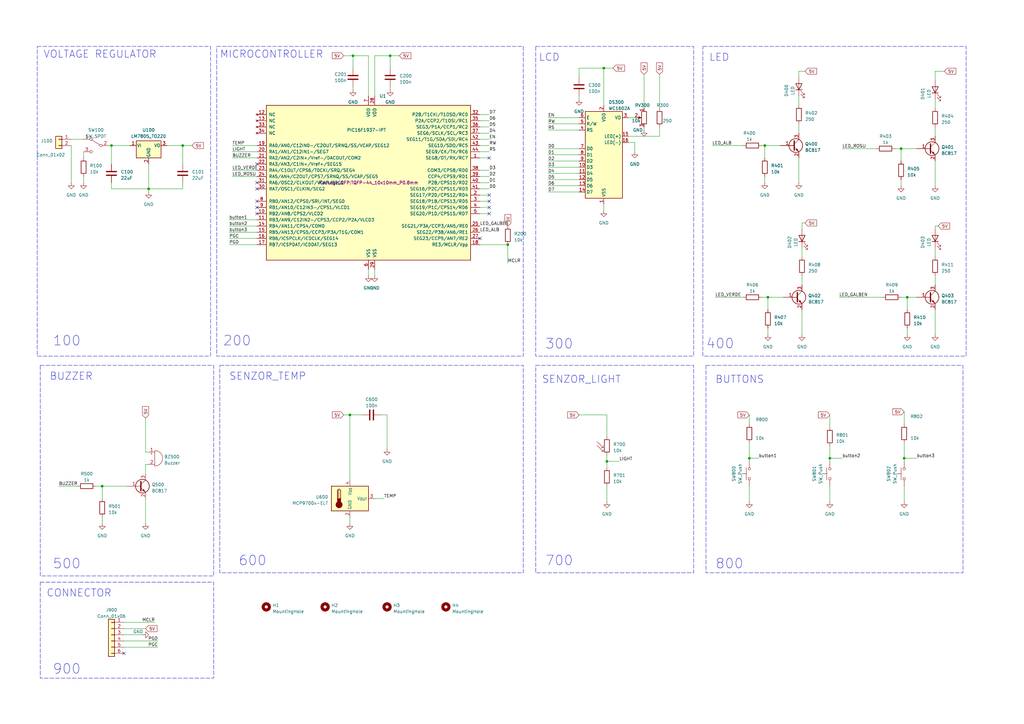
<source format=kicad_sch>
(kicad_sch (version 20231120) (generator "eeschema") (generator_version "8.0")
  (paper "A3")
  (lib_symbols
    (symbol "Connector_Generic:Conn_01x02" (pin_names (offset 1.016) hide)
      (property "Reference" "J" (at 0 2.54 0))
      (property "Value" "Conn_01x02" (at 0 -5.08 0))
      (symbol "Conn_01x02_1_1"
        (rectangle (start -1.27 -2.413) (end 0 -2.667) (stroke (width 0.1524)))
        (rectangle (start -1.27 0.127) (end 0 -0.127) (stroke (width 0.1524)))
        (rectangle (start -1.27 1.27) (end 1.27 -3.81) (stroke (width 0.254)) (fill (type background)))
        (pin passive line (at -5.08 0 0) (length 3.81) (name "Pin_1") (number "1"))
        (pin passive line (at -5.08 -2.54 0) (length 3.81) (name "Pin_2") (number "2"))
      )
    )
    (symbol "Connector_Generic:Conn_01x06" (pin_names (offset 1.016) hide)
      (property "Reference" "J" (at 0 7.62 0))
      (property "Value" "Conn_01x06" (at 0 -10.16 0))
      (symbol "Conn_01x06_1_1"
        (rectangle (start -1.27 -7.493) (end 0 -7.747) (stroke (width 0.1524)))
        (rectangle (start -1.27 -4.953) (end 0 -5.207) (stroke (width 0.1524)))
        (rectangle (start -1.27 -2.413) (end 0 -2.667) (stroke (width 0.1524)))
        (rectangle (start -1.27 0.127) (end 0 -0.127) (stroke (width 0.1524)))
        (rectangle (start -1.27 2.667) (end 0 2.413) (stroke (width 0.1524)))
        (rectangle (start -1.27 5.207) (end 0 4.953) (stroke (width 0.1524)))
        (rectangle (start -1.27 6.35) (end 1.27 -8.89) (stroke (width 0.254)) (fill (type background)))
        (pin passive line (at -5.08 5.08 0) (length 3.81) (name "Pin_1") (number "1"))
        (pin passive line (at -5.08 2.54 0) (length 3.81) (name "Pin_2") (number "2"))
        (pin passive line (at -5.08 0 0) (length 3.81) (name "Pin_3") (number "3"))
        (pin passive line (at -5.08 -2.54 0) (length 3.81) (name "Pin_4") (number "4"))
        (pin passive line (at -5.08 -5.08 0) (length 3.81) (name "Pin_5") (number "5"))
        (pin passive line (at -5.08 -7.62 0) (length 3.81) (name "Pin_6") (number "6"))
      )
    )
    (symbol "Device:Buzzer" (pin_names (offset 0.0254) hide)
      (property "Reference" "BZ" (at 3.81 1.27 0))
      (property "Value" "Buzzer" (at 3.81 -1.27 0))
      (symbol "Buzzer_0_1"
        (arc (start 0 -3.175) (mid 3.1612 0) (end 0 3.175))
        (polyline (pts (xy -1.651 1.905) (xy -1.143 1.905)))
        (polyline (pts (xy -1.397 2.159) (xy -1.397 1.651)))
        (polyline (pts (xy 0 3.175) (xy 0 -3.175)))
      )
      (symbol "Buzzer_1_1"
        (pin passive line (at -2.54 2.54 0) (length 2.54) (name "-") (number "1"))
        (pin passive line (at -2.54 -2.54 0) (length 2.54) (name "+") (number "2"))
      )
    )
    (symbol "Device:C" (pin_numbers hide) (pin_names (offset 0.254))
      (property "Reference" "C" (at 0.635 2.54 0))
      (property "Value" "C" (at 0.635 -2.54 0))
      (symbol "C_0_1"
        (polyline (pts (xy -2.032 -0.762) (xy 2.032 -0.762)) (stroke (width 0.508)))
        (polyline (pts (xy -2.032 0.762) (xy 2.032 0.762)) (stroke (width 0.508)))
      )
      (symbol "C_1_1"
        (pin passive line (at 0 3.81 270) (length 2.794) (name "~") (number "1"))
        (pin passive line (at 0 -3.81 90) (length 2.794) (name "~") (number "2"))
      )
    )
    (symbol "Device:LED" (pin_numbers hide) (pin_names (offset 1.016) hide)
      (property "Reference" "D" (at 0 2.54 0))
      (property "Value" "LED" (at 0 -2.54 0))
      (symbol "LED_0_1"
        (polyline (pts (xy -1.27 -1.27) (xy -1.27 1.27)) (stroke (width 0.254)))
        (polyline (pts (xy -1.27 0) (xy 1.27 0)))
        (polyline (pts (xy 1.27 -1.27) (xy 1.27 1.27) (xy -1.27 0) (xy 1.27 -1.27)) (stroke (width 0.254)))
        (polyline (pts (xy -3.048 -0.762) (xy -4.572 -2.286) (xy -3.81 -2.286) (xy -4.572 -2.286) (xy -4.572 -1.524)))
        (polyline (pts (xy -1.778 -0.762) (xy -3.302 -2.286) (xy -2.54 -2.286) (xy -3.302 -2.286) (xy -3.302 -1.524)))
      )
      (symbol "LED_1_1"
        (pin passive line (at -3.81 0 0) (length 2.54) (name "K") (number "1"))
        (pin passive line (at 3.81 0 180) (length 2.54) (name "A") (number "2"))
      )
    )
    (symbol "Device:R" (pin_numbers hide) (pin_names (offset 0))
      (property "Reference" "R" (at 2.032 0 90))
      (property "Value" "R" (at 0 0 90))
      (symbol "R_0_1"
        (rectangle (start -1.016 -2.54) (end 1.016 2.54) (stroke (width 0.254)))
      )
      (symbol "R_1_1"
        (pin passive line (at 0 3.81 270) (length 1.27) (name "~") (number "1"))
        (pin passive line (at 0 -3.81 90) (length 1.27) (name "~") (number "2"))
      )
    )
    (symbol "Device:R_Potentiometer" (pin_names (offset 1.016) hide)
      (property "Reference" "RV" (at -4.445 0 90))
      (property "Value" "R_Potentiometer" (at -2.54 0 90))
      (symbol "R_Potentiometer_0_1"
        (polyline (pts (xy 2.54 0) (xy 1.524 0)))
        (polyline (pts (xy 1.143 0) (xy 2.286 0.508) (xy 2.286 -0.508) (xy 1.143 0)) (fill (type outline)))
        (rectangle (start 1.016 2.54) (end -1.016 -2.54) (stroke (width 0.254)))
      )
      (symbol "R_Potentiometer_1_1"
        (pin passive line (at 0 3.81 270) (length 1.27) (name "1") (number "1"))
        (pin passive line (at 3.81 0 180) (length 1.27) (name "2") (number "2"))
        (pin passive line (at 0 -3.81 90) (length 1.27) (name "3") (number "3"))
      )
    )
    (symbol "Display_Character:WC1602A"
      (property "Reference" "DS" (at -5.842 19.05 0))
      (property "Value" "WC1602A" (at 5.334 19.05 0))
      (symbol "WC1602A_1_1"
        (rectangle (start -7.62 17.78) (end 7.62 -17.78) (stroke (width 0.254)) (fill (type background)))
        (pin power_in line (at 0 -20.32 90) (length 2.54) (name "VSS") (number "1"))
        (pin input line (at -10.16 -5.08 0) (length 2.54) (name "D3") (number "10"))
        (pin input line (at -10.16 -7.62 0) (length 2.54) (name "D4") (number "11"))
        (pin input line (at -10.16 -10.16 0) (length 2.54) (name "D5") (number "12"))
        (pin input line (at -10.16 -12.7 0) (length 2.54) (name "D6") (number "13"))
        (pin input line (at -10.16 -15.24 0) (length 2.54) (name "D7") (number "14"))
        (pin power_in line (at 10.16 7.62 180) (length 2.54) (name "LED(+)") (number "15"))
        (pin power_in line (at 10.16 5.08 180) (length 2.54) (name "LED(-)") (number "16"))
        (pin power_in line (at 0 20.32 270) (length 2.54) (name "VDD") (number "2"))
        (pin input line (at 10.16 15.24 180) (length 2.54) (name "VO") (number "3"))
        (pin input line (at -10.16 10.16 0) (length 2.54) (name "RS") (number "4"))
        (pin input line (at -10.16 12.7 0) (length 2.54) (name "R/W") (number "5"))
        (pin input line (at -10.16 15.24 0) (length 2.54) (name "E") (number "6"))
        (pin input line (at -10.16 2.54 0) (length 2.54) (name "D0") (number "7"))
        (pin input line (at -10.16 0 0) (length 2.54) (name "D1") (number "8"))
        (pin input line (at -10.16 -2.54 0) (length 2.54) (name "D2") (number "9"))
      )
    )
    (symbol "MCU_Microchip_PIC16:PIC16F1937-IPT" (pin_names (offset 1.016))
      (property "Reference" "U" (at -41.91 35.56 0))
      (property "Value" "PIC16F1937-IPT" (at -41.91 33.02 0))
      (symbol "PIC16F1937-IPT_0_1"
        (rectangle (start -41.91 31.75) (end 41.91 -31.75) (stroke (width 0.254)) (fill (type background)))
      )
      (symbol "PIC16F1937-IPT_1_1"
        (pin bidirectional line (at 45.72 10.16 180) (length 3.81) (name "SEG8/DT/RX/RC7") (number "1"))
        (pin bidirectional line (at -45.72 -12.7 0) (length 3.81) (name "RB2/AN8/CPS2/VLCD2") (number "10"))
        (pin bidirectional line (at -45.72 -15.24 0) (length 3.81) (name "RB3/AN9/C12IN2-/CPS3/CCP2/P2A/VLCD3") (number "11"))
        (pin no_connect line (at -45.72 27.94 0) (length 3.81) (name "NC") (number "12"))
        (pin no_connect line (at -45.72 25.4 0) (length 3.81) (name "NC") (number "13"))
        (pin bidirectional line (at -45.72 -17.78 0) (length 3.81) (name "RB4/AN11/CPS4/COM0") (number "14"))
        (pin bidirectional line (at -45.72 -20.32 0) (length 3.81) (name "RB5/AN13/CPS5/CCP3/P3A/T1G/COM1") (number "15"))
        (pin bidirectional line (at -45.72 -22.86 0) (length 3.81) (name "RB6/ICSPCLK/ICDCLK/SEG14") (number "16"))
        (pin bidirectional line (at -45.72 -25.4 0) (length 3.81) (name "RB7/ICSPDAT/ICDDAT/SEG13") (number "17"))
        (pin bidirectional line (at 45.72 -25.4 180) (length 3.81) (name "RE3/MCLR/Vpp") (number "18"))
        (pin bidirectional line (at -45.72 15.24 0) (length 3.81) (name "RA0/AN0/C12IN0-/C2OUT/SRNQ/SS/VCAP/SEG12") (number "19"))
        (pin bidirectional line (at 45.72 -5.08 180) (length 3.81) (name "SEG17/P2D/CPS12/RD4") (number "2"))
        (pin bidirectional line (at -45.72 12.7 0) (length 3.81) (name "RA1/AN1/C12IN1-/SEG7") (number "20"))
        (pin bidirectional line (at -45.72 10.16 0) (length 3.81) (name "RA2/AN2/C2IN+/Vref-/DACOUT/COM2") (number "21"))
        (pin bidirectional line (at -45.72 7.62 0) (length 3.81) (name "RA3/AN3/C1IN+/Vref+/SEG15") (number "22"))
        (pin bidirectional line (at -45.72 5.08 0) (length 3.81) (name "RA4/C1OUT/CPS6/T0CKI/SRQ/SEG4") (number "23"))
        (pin bidirectional line (at -45.72 2.54 0) (length 3.81) (name "RA5/AN4/C2OUT/CPS7/SRNQ/SS/VCAP/SEG5") (number "24"))
        (pin bidirectional line (at 45.72 -17.78 180) (length 3.81) (name "SEG21/P3A/CCP3/AN5/RE0") (number "25"))
        (pin bidirectional line (at 45.72 -20.32 180) (length 3.81) (name "SEG22/P3B/AN6/RE1") (number "26"))
        (pin bidirectional line (at 45.72 -22.86 180) (length 3.81) (name "SEG23/CCP5/AN7/RE2") (number "27"))
        (pin power_in line (at 2.54 35.56 270) (length 3.81) (name "VDD") (number "28"))
        (pin power_in line (at 2.54 -35.56 90) (length 3.81) (name "VSS") (number "29"))
        (pin bidirectional line (at 45.72 -7.62 180) (length 3.81) (name "SEG18/P1B/CPS13/RD5") (number "3"))
        (pin bidirectional line (at -45.72 -2.54 0) (length 3.81) (name "RA7/OSC1/CLKIN/SEG2") (number "30"))
        (pin bidirectional line (at -45.72 0 0) (length 3.81) (name "RA6/OSC2/CLKOUT/VCAP/SEG1") (number "31"))
        (pin bidirectional line (at 45.72 27.94 180) (length 3.81) (name "P2B/T1CKI/T1OSO/RC0") (number "32"))
        (pin no_connect line (at -45.72 22.86 0) (length 3.81) (name "NC") (number "33"))
        (pin no_connect line (at -45.72 20.32 0) (length 3.81) (name "NC") (number "34"))
        (pin bidirectional line (at 45.72 25.4 180) (length 3.81) (name "P2A/CCP2/T1OSI/RC1") (number "35"))
        (pin bidirectional line (at 45.72 22.86 180) (length 3.81) (name "SEG3/P1A/CCP1/RC2") (number "36"))
        (pin bidirectional line (at 45.72 20.32 180) (length 3.81) (name "SEG6/SCLK/SCL/RC3") (number "37"))
        (pin bidirectional line (at 45.72 5.08 180) (length 3.81) (name "COM3/CPS8/RD0") (number "38"))
        (pin bidirectional line (at 45.72 2.54 180) (length 3.81) (name "CCP4/CPS9/RD1") (number "39"))
        (pin bidirectional line (at 45.72 -10.16 180) (length 3.81) (name "SEG19/P1C/CPS14/RD6") (number "4"))
        (pin bidirectional line (at 45.72 0 180) (length 3.81) (name "P2B/CPS10/RD2") (number "40"))
        (pin bidirectional line (at 45.72 -2.54 180) (length 3.81) (name "SEG16/P2C/CPS11/RD3") (number "41"))
        (pin bidirectional line (at 45.72 17.78 180) (length 3.81) (name "SEG11/T1G/SDA/SDI/RC4") (number "42"))
        (pin bidirectional line (at 45.72 15.24 180) (length 3.81) (name "SEG10/SDO/RC5") (number "43"))
        (pin bidirectional line (at 45.72 12.7 180) (length 3.81) (name "SEG9/CK/TX/RC6") (number "44"))
        (pin bidirectional line (at 45.72 -12.7 180) (length 3.81) (name "SEG20/P1D/CPS15/RD7") (number "5"))
        (pin bidirectional line (at 0 -35.56 90) (length 3.81) (name "VSS") (number "6"))
        (pin bidirectional line (at 0 35.56 270) (length 3.81) (name "VDD") (number "7"))
        (pin bidirectional line (at -45.72 -7.62 0) (length 3.81) (name "RB0/AN12/CPS0/SRI/INT/SEG0") (number "8"))
        (pin bidirectional line (at -45.72 -10.16 0) (length 3.81) (name "RB1/AN10/C12IN3-/CPS1/VLCD1") (number "9"))
      )
    )
    (symbol "Mechanical:MountingHole" (pin_names (offset 1.016))
      (property "Reference" "H" (at 0 5.08 0))
      (property "Value" "MountingHole" (at 0 3.175 0))
      (symbol "MountingHole_0_1"
        (circle (center 0 0) (radius 1.27) (stroke (width 1.27)))
      )
    )
    (symbol "Regulator_Linear:LM7805_TO220" (pin_names (offset 0.254))
      (property "Reference" "U" (at -3.81 3.175 0))
      (property "Value" "LM7805_TO220" (at 0 3.175 0))
      (symbol "LM7805_TO220_0_1"
        (rectangle (start -5.08 1.905) (end 5.08 -5.08) (stroke (width 0.254)) (fill (type background)))
      )
      (symbol "LM7805_TO220_1_1"
        (pin power_in line (at -7.62 0 0) (length 2.54) (name "VI") (number "1"))
        (pin power_in line (at 0 -7.62 90) (length 2.54) (name "GND") (number "2"))
        (pin power_out line (at 7.62 0 180) (length 2.54) (name "VO") (number "3"))
      )
    )
    (symbol "Sensor_Optical:A1060" (pin_numbers hide) (pin_names (offset 0))
      (property "Reference" "R" (at -5.08 0 90))
      (property "Value" "A1060" (at 1.905 0 90))
      (symbol "A1060_0_1"
        (rectangle (start -1.016 2.54) (end 1.016 -2.54) (stroke (width 0.254)))
        (polyline (pts (xy -1.524 -2.286) (xy -4.064 0.254)))
        (polyline (pts (xy -1.524 -2.286) (xy -2.286 -2.286)))
        (polyline (pts (xy -1.524 -2.286) (xy -1.524 -1.524)))
        (polyline (pts (xy -1.524 -0.762) (xy -4.064 1.778)))
        (polyline (pts (xy -1.524 -0.762) (xy -2.286 -0.762)))
        (polyline (pts (xy -1.524 -0.762) (xy -1.524 0)))
      )
      (symbol "A1060_1_1"
        (pin passive line (at 0 3.81 270) (length 1.27) (name "~") (number "1"))
        (pin passive line (at 0 -3.81 90) (length 1.27) (name "~") (number "2"))
      )
    )
    (symbol "Sensor_Temperature:MCP9700x-ELT"
      (property "Reference" "U" (at -6.35 6.35 0))
      (property "Value" "MCP9700x-ELT" (at 1.27 6.35 0))
      (symbol "MCP9700x-ELT_0_1"
        (rectangle (start -7.62 5.08) (end 7.62 -5.08) (stroke (width 0.254)) (fill (type background)))
        (circle (center -4.445 -2.54) (radius 1.27) (stroke (width 0.254)) (fill (type outline)))
        (rectangle (start -3.81 -1.905) (end -5.08 0) (stroke (width 0.254)) (fill (type outline)))
        (arc (start -3.81 3.175) (mid -4.445 3.8073) (end -5.08 3.175) (stroke (width 0.254)))
        (polyline (pts (xy -5.08 0.635) (xy -4.445 0.635)) (stroke (width 0.254)))
        (polyline (pts (xy -5.08 1.27) (xy -4.445 1.27)) (stroke (width 0.254)))
        (polyline (pts (xy -5.08 1.905) (xy -4.445 1.905)) (stroke (width 0.254)))
        (polyline (pts (xy -5.08 2.54) (xy -4.445 2.54)) (stroke (width 0.254)))
        (polyline (pts (xy -5.08 3.175) (xy -5.08 0)) (stroke (width 0.254)))
        (polyline (pts (xy -5.08 3.175) (xy -4.445 3.175)) (stroke (width 0.254)))
        (polyline (pts (xy -3.81 3.175) (xy -3.81 0)) (stroke (width 0.254)))
      )
      (symbol "MCP9700x-ELT_1_1"
        (pin no_connect line (at 7.62 -2.54 180) (length 2.54) hide (name "NC") (number "1"))
        (pin power_in line (at 0 -7.62 90) (length 2.54) (name "GND") (number "2"))
        (pin output line (at 10.16 0 180) (length 2.54) (name "V_{OUT}") (number "3"))
        (pin power_in line (at 0 7.62 270) (length 2.54) (name "V_{DD}") (number "4"))
        (pin no_connect line (at 7.62 2.54 180) (length 2.54) hide (name "NC") (number "5"))
      )
    )
    (symbol "Switch:SW_Push" (pin_numbers hide) (pin_names (offset 1.016) hide)
      (property "Reference" "SW" (at 1.27 2.54 0))
      (property "Value" "SW_Push" (at 0 -1.524 0))
      (symbol "SW_Push_0_1"
        (circle (center -2.032 0) (radius 0.508))
        (polyline (pts (xy 0 1.27) (xy 0 3.048)))
        (polyline (pts (xy 2.54 1.27) (xy -2.54 1.27)))
        (circle (center 2.032 0) (radius 0.508))
        (pin passive line (at -5.08 0 0) (length 2.54) (name "1") (number "1"))
        (pin passive line (at 5.08 0 180) (length 2.54) (name "2") (number "2"))
      )
    )
    (symbol "Switch:SW_SPDT" (pin_names (offset 0) hide)
      (property "Reference" "SW" (at 0 4.318 0))
      (property "Value" "SW_SPDT" (at 0 -5.08 0))
      (symbol "SW_SPDT_0_0"
        (circle (center -2.032 0) (radius 0.508))
        (circle (center 2.032 -2.54) (radius 0.508))
      )
      (symbol "SW_SPDT_0_1"
        (polyline (pts (xy -1.524 0.254) (xy 1.651 2.286)))
        (circle (center 2.032 2.54) (radius 0.508))
      )
      (symbol "SW_SPDT_1_1"
        (pin passive line (at 5.08 2.54 180) (length 2.54) (name "A") (number "1"))
        (pin passive line (at -5.08 0 0) (length 2.54) (name "B") (number "2"))
        (pin passive line (at 5.08 -2.54 180) (length 2.54) (name "C") (number "3"))
      )
    )
    (symbol "Transistor_BJT:BC817" (pin_names (offset 0) hide)
      (property "Reference" "Q" (at 5.08 1.905 0))
      (property "Value" "BC817" (at 5.08 0 0))
      (symbol "BC817_0_1"
        (polyline (pts (xy 0.635 0.635) (xy 2.54 2.54)))
        (polyline (pts (xy 0.635 -0.635) (xy 2.54 -2.54) (xy 2.54 -2.54)))
        (polyline (pts (xy 0.635 1.905) (xy 0.635 -1.905) (xy 0.635 -1.905)) (stroke (width 0.508)))
        (polyline (pts (xy 1.27 -1.778) (xy 1.778 -1.27) (xy 2.286 -2.286) (xy 1.27 -1.778) (xy 1.27 -1.778)) (fill (type outline)))
        (circle (center 1.27 0) (radius 2.8194) (stroke (width 0.254)))
      )
      (symbol "BC817_1_1"
        (pin input line (at -5.08 0 0) (length 5.715) (name "B") (number "1"))
        (pin passive line (at 2.54 -5.08 90) (length 2.54) (name "E") (number "2"))
        (pin passive line (at 2.54 5.08 270) (length 2.54) (name "C") (number "3"))
      )
    )
    (symbol "power:GND" (power) (pin_names (offset 0))
      (property "Value" "GND" (at 0 -3.81 0))
      (symbol "GND_0_1"
        (polyline (pts (xy 0 0) (xy 0 -1.27) (xy 1.27 -1.27) (xy 0 -2.54) (xy -1.27 -1.27) (xy 0 -1.27)))
      )
      (symbol "GND_1_1"
        (pin power_in line (at 0 0 270) (length 0) hide (name "GND") (number "1"))
      )
    )
  )
  (junction (at 60.96 77.47))
  (junction (at 247.65 27.94))
  (junction (at 372.11 121.92))
  (junction (at 369.57 60.96))
  (junction (at 307.34 187.96))
  (junction (at 144.78 22.86))
  (junction (at 370.84 187.96))
  (junction (at 41.91 199.39))
  (junction (at 143.51 170.18))
  (junction (at 314.96 121.92))
  (junction (at 45.72 59.69))
  (junction (at 160.02 22.86))
  (junction (at 248.92 189.23))
  (junction (at 74.93 59.69))
  (junction (at 208.28 100.33))
  (junction (at 340.36 187.96))
  (junction (at 313.69 59.69))
  (no_connect (at 105.41 74.93))
  (no_connect (at 200.66 85.09))
  (no_connect (at 200.66 87.63))
  (no_connect (at 105.41 87.63))
  (no_connect (at 200.66 82.55))
  (no_connect (at 105.41 85.09))
  (no_connect (at 196.85 97.79))
  (no_connect (at 105.41 77.47))
  (no_connect (at 50.8 267.97))
  (no_connect (at 105.41 67.31))
  (no_connect (at 200.66 80.01))
  (no_connect (at 200.66 64.77))
  (no_connect (at 105.41 82.55))
  (wire (pts (xy 307.34 187.96) (xy 311.15 187.96)))
  (wire (pts (xy 153.67 22.86) (xy 160.02 22.86)))
  (wire (pts (xy 144.78 22.86) (xy 151.13 22.86)))
  (wire (pts (xy 50.8 265.43) (xy 64.77 265.43)))
  (wire (pts (xy 44.45 59.69) (xy 45.72 59.69)))
  (wire (pts (xy 312.42 121.92) (xy 314.96 121.92)))
  (wire (pts (xy 247.65 83.82) (xy 247.65 86.36)))
  (wire (pts (xy 270.51 52.07) (xy 270.51 55.88)))
  (wire (pts (xy 327.66 31.75) (xy 327.66 29.21)))
  (wire (pts (xy 328.93 101.6) (xy 328.93 105.41)))
  (wire (pts (xy 383.54 92.71) (xy 384.81 92.71)))
  (wire (pts (xy 196.85 62.23) (xy 200.66 62.23)))
  (wire (pts (xy 370.84 205.74) (xy 370.84 199.39)))
  (wire (pts (xy 45.72 59.69) (xy 45.72 67.31)))
  (wire (pts (xy 50.8 260.35) (xy 58.42 260.35)))
  (wire (pts (xy 312.42 59.69) (xy 313.69 59.69)))
  (wire (pts (xy 153.67 39.37) (xy 153.67 22.86)))
  (wire (pts (xy 224.79 60.96) (xy 237.49 60.96)))
  (wire (pts (xy 370.84 168.91) (xy 370.84 173.99)))
  (wire (pts (xy 196.85 77.47) (xy 200.66 77.47)))
  (wire (pts (xy 369.57 60.96) (xy 375.92 60.96)))
  (wire (pts (xy 156.21 170.18) (xy 158.75 170.18)))
  (wire (pts (xy 68.58 59.69) (xy 74.93 59.69)))
  (wire (pts (xy 248.92 170.18) (xy 237.49 170.18)))
  (wire (pts (xy 160.02 22.86) (xy 163.83 22.86)))
  (wire (pts (xy 50.8 255.27) (xy 63.5 255.27)))
  (wire (pts (xy 307.34 187.96) (xy 307.34 189.23)))
  (wire (pts (xy 344.17 121.92) (xy 361.95 121.92)))
  (wire (pts (xy 247.65 27.94) (xy 237.49 27.94)))
  (wire (pts (xy 340.36 170.18) (xy 340.36 175.26)))
  (wire (pts (xy 270.51 30.48) (xy 270.51 44.45)))
  (wire (pts (xy 367.03 60.96) (xy 369.57 60.96)))
  (wire (pts (xy 29.21 57.15) (xy 34.29 57.15)))
  (wire (pts (xy 196.85 64.77) (xy 200.66 64.77)))
  (wire (pts (xy 41.91 199.39) (xy 41.91 204.47)))
  (wire (pts (xy 327.66 39.37) (xy 327.66 43.18)))
  (wire (pts (xy 383.54 52.07) (xy 383.54 55.88)))
  (wire (pts (xy 340.36 182.88) (xy 340.36 187.96)))
  (wire (pts (xy 34.29 72.39) (xy 34.29 74.93)))
  (wire (pts (xy 327.66 29.21) (xy 330.2 29.21)))
  (wire (pts (xy 383.54 127) (xy 383.54 137.16)))
  (wire (pts (xy 45.72 74.93) (xy 45.72 77.47)))
  (wire (pts (xy 257.81 58.42) (xy 260.35 58.42)))
  (wire (pts (xy 372.11 121.92) (xy 375.92 121.92)))
  (wire (pts (xy 144.78 35.56) (xy 144.78 36.83)))
  (wire (pts (xy 160.02 35.56) (xy 160.02 36.83)))
  (wire (pts (xy 264.16 30.48) (xy 264.16 44.45)))
  (wire (pts (xy 59.69 171.45) (xy 59.69 185.42)))
  (wire (pts (xy 59.69 190.5) (xy 60.96 190.5)))
  (wire (pts (xy 196.85 52.07) (xy 200.66 52.07)))
  (wire (pts (xy 369.57 73.66) (xy 369.57 76.2)))
  (wire (pts (xy 95.25 72.39) (xy 105.41 72.39)))
  (wire (pts (xy 196.85 85.09) (xy 200.66 85.09)))
  (wire (pts (xy 224.79 50.8) (xy 237.49 50.8)))
  (wire (pts (xy 140.97 170.18) (xy 143.51 170.18)))
  (wire (pts (xy 196.85 100.33) (xy 208.28 100.33)))
  (wire (pts (xy 345.44 60.96) (xy 359.41 60.96)))
  (wire (pts (xy 260.35 48.26) (xy 257.81 48.26)))
  (wire (pts (xy 196.85 74.93) (xy 200.66 74.93)))
  (wire (pts (xy 224.79 71.12) (xy 237.49 71.12)))
  (wire (pts (xy 372.11 121.92) (xy 372.11 127)))
  (wire (pts (xy 383.54 93.98) (xy 383.54 92.71)))
  (wire (pts (xy 39.37 199.39) (xy 41.91 199.39)))
  (wire (pts (xy 196.85 57.15) (xy 200.66 57.15)))
  (wire (pts (xy 93.98 90.17) (xy 105.41 90.17)))
  (wire (pts (xy 237.49 27.94) (xy 237.49 31.75)))
  (wire (pts (xy 383.54 66.04) (xy 383.54 76.2)))
  (wire (pts (xy 224.79 48.26) (xy 237.49 48.26)))
  (wire (pts (xy 307.34 170.18) (xy 307.34 173.99)))
  (wire (pts (xy 314.96 121.92) (xy 321.31 121.92)))
  (wire (pts (xy 313.69 59.69) (xy 313.69 64.77)))
  (wire (pts (xy 95.25 69.85) (xy 105.41 69.85)))
  (wire (pts (xy 196.85 87.63) (xy 200.66 87.63)))
  (wire (pts (xy 60.96 67.31) (xy 60.96 77.47)))
  (wire (pts (xy 74.93 59.69) (xy 74.93 67.31)))
  (wire (pts (xy 370.84 187.96) (xy 370.84 189.23)))
  (wire (pts (xy 59.69 204.47) (xy 59.69 214.63)))
  (wire (pts (xy 248.92 186.69) (xy 248.92 189.23)))
  (wire (pts (xy 59.69 194.31) (xy 59.69 190.5)))
  (wire (pts (xy 93.98 97.79) (xy 105.41 97.79)))
  (wire (pts (xy 41.91 212.09) (xy 41.91 214.63)))
  (wire (pts (xy 248.92 189.23) (xy 248.92 191.77)))
  (wire (pts (xy 196.85 82.55) (xy 200.66 82.55)))
  (wire (pts (xy 224.79 73.66) (xy 237.49 73.66)))
  (wire (pts (xy 327.66 64.77) (xy 327.66 74.93)))
  (wire (pts (xy 95.25 64.77) (xy 105.41 64.77)))
  (wire (pts (xy 196.85 80.01) (xy 200.66 80.01)))
  (wire (pts (xy 372.11 134.62) (xy 372.11 137.16)))
  (wire (pts (xy 29.21 59.69) (xy 29.21 74.93)))
  (wire (pts (xy 383.54 101.6) (xy 383.54 105.41)))
  (wire (pts (xy 340.36 205.74) (xy 340.36 199.39)))
  (wire (pts (xy 260.35 58.42) (xy 260.35 62.23)))
  (wire (pts (xy 153.67 110.49) (xy 153.67 113.03)))
  (wire (pts (xy 196.85 49.53) (xy 200.66 49.53)))
  (wire (pts (xy 307.34 181.61) (xy 307.34 187.96)))
  (wire (pts (xy 95.25 62.23) (xy 105.41 62.23)))
  (wire (pts (xy 153.67 204.47) (xy 157.48 204.47)))
  (wire (pts (xy 196.85 46.99) (xy 200.66 46.99)))
  (wire (pts (xy 196.85 54.61) (xy 200.66 54.61)))
  (wire (pts (xy 340.36 187.96) (xy 340.36 189.23)))
  (wire (pts (xy 264.16 52.07) (xy 264.16 53.34)))
  (wire (pts (xy 144.78 22.86) (xy 144.78 27.94)))
  (wire (pts (xy 293.37 121.92) (xy 304.8 121.92)))
  (wire (pts (xy 383.54 40.64) (xy 383.54 44.45)))
  (wire (pts (xy 314.96 121.92) (xy 314.96 127)))
  (wire (pts (xy 224.79 66.04) (xy 237.49 66.04)))
  (wire (pts (xy 370.84 181.61) (xy 370.84 187.96)))
  (wire (pts (xy 74.93 59.69) (xy 78.74 59.69)))
  (wire (pts (xy 248.92 199.39) (xy 248.92 205.74)))
  (wire (pts (xy 59.69 185.42) (xy 60.96 185.42)))
  (wire (pts (xy 60.96 77.47) (xy 74.93 77.47)))
  (wire (pts (xy 140.97 22.86) (xy 144.78 22.86)))
  (wire (pts (xy 224.79 63.5) (xy 237.49 63.5)))
  (wire (pts (xy 34.29 62.23) (xy 34.29 64.77)))
  (wire (pts (xy 196.85 69.85) (xy 200.66 69.85)))
  (wire (pts (xy 328.93 127) (xy 328.93 137.16)))
  (wire (pts (xy 95.25 59.69) (xy 105.41 59.69)))
  (wire (pts (xy 237.49 39.37) (xy 237.49 40.64)))
  (wire (pts (xy 313.69 72.39) (xy 313.69 74.93)))
  (wire (pts (xy 224.79 76.2) (xy 237.49 76.2)))
  (wire (pts (xy 143.51 212.09) (xy 143.51 214.63)))
  (wire (pts (xy 383.54 29.21) (xy 387.35 29.21)))
  (wire (pts (xy 151.13 110.49) (xy 151.13 113.03)))
  (wire (pts (xy 328.93 91.44) (xy 328.93 93.98)))
  (wire (pts (xy 383.54 113.03) (xy 383.54 116.84)))
  (wire (pts (xy 383.54 29.21) (xy 383.54 33.02)))
  (wire (pts (xy 292.1 59.69) (xy 304.8 59.69)))
  (wire (pts (xy 143.51 170.18) (xy 143.51 196.85)))
  (wire (pts (xy 224.79 53.34) (xy 237.49 53.34)))
  (wire (pts (xy 93.98 95.25) (xy 105.41 95.25)))
  (wire (pts (xy 248.92 179.07) (xy 248.92 170.18)))
  (wire (pts (xy 196.85 72.39) (xy 200.66 72.39)))
  (wire (pts (xy 41.91 199.39) (xy 52.07 199.39)))
  (wire (pts (xy 314.96 134.62) (xy 314.96 137.16)))
  (wire (pts (xy 143.51 170.18) (xy 148.59 170.18)))
  (wire (pts (xy 248.92 189.23) (xy 254 189.23)))
  (wire (pts (xy 50.8 257.81) (xy 59.69 257.81)))
  (wire (pts (xy 224.79 78.74) (xy 237.49 78.74)))
  (wire (pts (xy 151.13 22.86) (xy 151.13 39.37)))
  (wire (pts (xy 93.98 100.33) (xy 105.41 100.33)))
  (wire (pts (xy 45.72 77.47) (xy 60.96 77.47)))
  (wire (pts (xy 369.57 60.96) (xy 369.57 66.04)))
  (wire (pts (xy 247.65 27.94) (xy 251.46 27.94)))
  (wire (pts (xy 257.81 55.88) (xy 270.51 55.88)))
  (wire (pts (xy 196.85 59.69) (xy 200.66 59.69)))
  (wire (pts (xy 328.93 113.03) (xy 328.93 116.84)))
  (wire (pts (xy 24.13 199.39) (xy 31.75 199.39)))
  (wire (pts (xy 340.36 187.96) (xy 345.44 187.96)))
  (wire (pts (xy 45.72 59.69) (xy 53.34 59.69)))
  (wire (pts (xy 370.84 187.96) (xy 375.92 187.96)))
  (wire (pts (xy 50.8 262.89) (xy 64.77 262.89)))
  (wire (pts (xy 93.98 92.71) (xy 105.41 92.71)))
  (wire (pts (xy 208.28 100.33) (xy 208.28 107.95)))
  (wire (pts (xy 327.66 50.8) (xy 327.66 54.61)))
  (wire (pts (xy 160.02 22.86) (xy 160.02 27.94)))
  (wire (pts (xy 307.34 205.74) (xy 307.34 199.39)))
  (wire (pts (xy 313.69 59.69) (xy 320.04 59.69)))
  (wire (pts (xy 158.75 170.18) (xy 158.75 184.15)))
  (wire (pts (xy 60.96 78.74) (xy 60.96 77.47)))
  (wire (pts (xy 224.79 68.58) (xy 237.49 68.58)))
  (wire (pts (xy 328.93 91.44) (xy 330.2 91.44)))
  (wire (pts (xy 247.65 43.18) (xy 247.65 27.94)))
  (wire (pts (xy 369.57 121.92) (xy 372.11 121.92)))
  (wire (pts (xy 74.93 77.47) (xy 74.93 74.93)))
  (rectangle (start 16.51 238.76) (end 87.63 278.13) (stroke (width 0) (type dash)))
  (rectangle (start 16.51 149.86) (end 87.63 236.22) (stroke (width 0) (type dash)))
  (rectangle (start 87.63 278.13) (end 87.63 278.13))
  (rectangle (start 90.17 149.86) (end 214.63 234.95) (stroke (width 0) (type dash)))
  (rectangle (start 289.56 149.86) (end 394.97 234.95) (stroke (width 0) (type dash)))
  (rectangle (start 15.24 19.05) (end 86.36 146.05) (stroke (width 0) (type dash)))
  (rectangle (start 88.9 19.05) (end 214.63 146.05) (stroke (width 0) (type dash)))
  (rectangle (start 219.71 19.05) (end 284.48 146.05) (stroke (width 0) (type dash)))
  (rectangle (start 219.71 149.86) (end 284.48 234.95) (stroke (width 0) (type dash)))
  (rectangle (start 288.29 19.05) (end 396.24 146.05) (stroke (width 0) (type dash)))
  (text "100" (at 21.59 142.24 0) (effects (font (size 4 4)) (justify left bottom)))
  (text "400\n\n" (at 289.56 149.86 0) (effects (font (size 4 4)) (justify left bottom)))
  (text "VOLTAGE REGULATOR" (at 17.78 24.13 0) (effects (font (size 3 3)) (justify left bottom)))
  (text "700\n" (at 223.52 232.41 0) (effects (font (size 4 4)) (justify left bottom)))
  (text "BUZZER" (at 20.32 156.21 0) (effects (font (size 3 3)) (justify left bottom)))
  (text "MICROCONTROLLER\n" (at 90.17 24.13 0) (effects (font (size 3 3)) (justify left bottom)))
  (text "SENZOR_TEMP\n" (at 93.98 156.21 0) (effects (font (size 3 3)) (justify left bottom)))
  (text "SENZOR_LIGHT" (at 222.25 157.48 0) (effects (font (size 3 3)) (justify left bottom)))
  (text "CONNECTOR\n" (at 19.05 245.11 0) (effects (font (size 3 3)) (justify left bottom)))
  (text "800\n" (at 293.37 233.68 0) (effects (font (size 4 4)) (justify left bottom)))
  (text "200" (at 91.44 142.24 0) (effects (font (size 4 4)) (justify left bottom)))
  (text "900\n" (at 21.59 276.86 0) (effects (font (size 4 4)) (justify left bottom)))
  (text "500\n" (at 21.59 233.68 0) (effects (font (size 4 4)) (justify left bottom)))
  (text "600\n" (at 97.79 232.41 0) (effects (font (size 4 4)) (justify left bottom)))
  (text "BUTTONS" (at 293.37 157.48 0) (effects (font (size 3 3)) (justify left bottom)))
  (text "LED" (at 290.83 25.4 0) (effects (font (size 3 3)) (justify left bottom)))
  (text "LCD" (at 220.98 25.4 0) (effects (font (size 3 3)) (justify left bottom)))
  (text "300\n" (at 223.52 143.51 0) (effects (font (size 4 4)) (justify left bottom)))
  (label "RS" (at 200.66 62.23 0))
  (label "LIGHT" (at 254 189.23 0))
  (label "LED_VERDE" (at 95.25 69.85 0))
  (label "D7" (at 224.79 78.74 0))
  (label "LED_ALB" (at 292.1 59.69 0))
  (label "button1" (at 311.15 187.96 0))
  (label "button3" (at 93.98 95.25 0))
  (label "PGC" (at 64.77 265.43 180))
  (label "D6" (at 200.66 49.53 0))
  (label "LED_ROSU" (at 345.44 60.96 0))
  (label "D5" (at 224.79 73.66 0))
  (label "EN" (at 200.66 57.15 0))
  (label "LED_ROSU" (at 95.25 72.39 0))
  (label "D4" (at 200.66 54.61 0))
  (label "RS" (at 224.79 53.34 0))
  (label "D1" (at 224.79 63.5 0))
  (label "PGC" (at 93.98 97.79 0))
  (label "D7" (at 200.66 46.99 0))
  (label "button2" (at 93.98 92.71 0))
  (label "RW" (at 200.66 59.69 0))
  (label "D6" (at 224.79 76.2 0))
  (label "BUZZER" (at 95.25 64.77 0))
  (label "D2" (at 200.66 72.39 0))
  (label "D0" (at 200.66 77.47 0))
  (label "D3" (at 200.66 69.85 0))
  (label "LED_ALB" (at 196.85 95.25 0))
  (label "EN" (at 224.79 48.26 0))
  (label "D3" (at 224.79 68.58 0))
  (label "button3" (at 375.92 187.96 0))
  (label "D0" (at 224.79 60.96 0))
  (label "LED_GALBEN" (at 344.17 121.92 0))
  (label "button1" (at 93.98 90.17 0))
  (label "BUZZER" (at 24.13 199.39 0))
  (label "MCLR" (at 63.5 255.27 180))
  (label "TEMP" (at 95.25 59.69 0))
  (label "LED_VERDE" (at 293.37 121.92 0))
  (label "TEMP" (at 157.48 204.47 0))
  (label "button2" (at 345.44 187.96 0))
  (label "RW" (at 224.79 50.8 0))
  (label "D2" (at 224.79 66.04 0))
  (label "D1" (at 200.66 74.93 0))
  (label "LED_GALBEN" (at 196.85 92.71 0))
  (label "D4" (at 224.79 71.12 0))
  (label "LIGHT" (at 95.25 62.23 0))
  (label "D5" (at 200.66 52.07 0))
  (label "PGD" (at 64.77 262.89 180))
  (label "MCLR" (at 208.28 107.95 0))
  (label "PGD" (at 93.98 100.33 0))
  (global_label "5V" (shape input) (at 140.97 22.86 180) (property "Intersheetrefs" "${INTERSHEET_REFS}" (effects (hide yes))))
  (global_label "5V" (shape input) (at 307.34 170.18 180) (property "Intersheetrefs" "${INTERSHEET_REFS}" (effects (hide yes))))
  (global_label "5V" (shape input) (at 59.69 171.45 90) (property "Intersheetrefs" "${INTERSHEET_REFS}" (effects (hide yes))))
  (global_label "5V" (shape input) (at 59.69 257.81 0) (property "Intersheetrefs" "${INTERSHEET_REFS}" (effects (hide yes))))
  (global_label "5V" (shape input) (at 330.2 91.44 0) (property "Intersheetrefs" "${INTERSHEET_REFS}" (effects (hide yes))))
  (global_label "5V" (shape input) (at 163.83 22.86 0) (property "Intersheetrefs" "${INTERSHEET_REFS}" (effects (hide yes))))
  (global_label "5V" (shape input) (at 208.28 92.71 90) (property "Intersheetrefs" "${INTERSHEET_REFS}" (effects (hide yes))))
  (global_label "5V" (shape input) (at 140.97 170.18 180) (property "Intersheetrefs" "${INTERSHEET_REFS}" (effects (hide yes))))
  (global_label "5V" (shape input) (at 237.49 170.18 180) (property "Intersheetrefs" "${INTERSHEET_REFS}" (effects (hide yes))))
  (global_label "5V" (shape input) (at 78.74 59.69 0) (property "Intersheetrefs" "${INTERSHEET_REFS}" (effects (hide yes))))
  (global_label "5V" (shape input) (at 370.84 168.91 180) (property "Intersheetrefs" "${INTERSHEET_REFS}" (effects (hide yes))))
  (global_label "5V" (shape input) (at 330.2 29.21 0) (property "Intersheetrefs" "${INTERSHEET_REFS}" (effects (hide yes))))
  (global_label "5V" (shape input) (at 264.16 30.48 90) (property "Intersheetrefs" "${INTERSHEET_REFS}" (effects (hide yes))))
  (global_label "5V" (shape input) (at 340.36 170.18 180) (property "Intersheetrefs" "${INTERSHEET_REFS}" (effects (hide yes))))
  (global_label "5V" (shape input) (at 387.35 29.21 0) (property "Intersheetrefs" "${INTERSHEET_REFS}" (effects (hide yes))))
  (global_label "5V" (shape input) (at 384.81 92.71 0) (property "Intersheetrefs" "${INTERSHEET_REFS}" (effects (hide yes))))
  (global_label "5V" (shape input) (at 251.46 27.94 0) (property "Intersheetrefs" "${INTERSHEET_REFS}" (effects (hide yes))))
  (global_label "5V" (shape input) (at 270.51 30.48 90) (property "Intersheetrefs" "${INTERSHEET_REFS}" (effects (hide yes))))
  (symbol (lib_id "Device:Buzzer") (at 63.5 187.96 0) (unit 1)
    (property "Reference" "BZ500" (at 67.31 187.325 0) (effects (justify left)))
    (property "Value" "Buzzer" (at 67.31 189.865 0) (effects (justify left)))
    (property "Footprint" "Buzzer_Beeper:Buzzer_12x9.5RM7.6" (effects (hide yes)))
  )
  (symbol (lib_id "Switch:SW_Push") (at 370.84 194.31 90) (unit 1)
    (property "Reference" "SW802" (at 364.49 194.31 0))
    (property "Value" "SW_Push" (at 367.03 194.31 0))
    (property "Footprint" "Button_Switch_THT:SW_PUSH_6mm_H7.3mm" (effects (hide yes)))
  )
  (symbol (lib_id "power:GND") (at 58.42 260.35 90) (unit 1)
    (property "Reference" "#PWR028" (effects (hide yes)))
    (property "Value" "GND" (at 54.61 259.08 90) (effects (justify right)))
  )
  (symbol (lib_id "Device:C") (at 74.93 71.12 0) (unit 1)
    (property "Reference" "C101" (at 78.74 70.485 0) (effects (justify left)))
    (property "Value" "22uF" (at 78.74 73.025 0) (effects (justify left)))
    (property "Footprint" "Capacitor_SMD:C_1206_3216Metric_Pad1.33x1.80mm_HandSolder" (effects (hide yes)))
  )
  (symbol (lib_id "power:GND") (at 314.96 137.16 0) (unit 1)
    (property "Reference" "#PWR06" (effects (hide yes)))
    (property "Value" "GND" (at 314.96 142.24 0))
  )
  (symbol (lib_id "Device:R") (at 372.11 130.81 0) (unit 1)
    (property "Reference" "R410" (at 374.65 130.175 0) (effects (justify left)))
    (property "Value" "10k" (at 374.65 132.715 0) (effects (justify left)))
    (property "Footprint" "Resistor_SMD:R_0805_2012Metric_Pad1.20x1.40mm_HandSolder" (effects (hide yes)))
  )
  (symbol (lib_id "power:GND") (at 247.65 86.36 0) (unit 1)
    (property "Reference" "#PWR01" (effects (hide yes)))
    (property "Value" "GND" (at 247.65 91.44 0))
  )
  (symbol (lib_id "Device:R") (at 327.66 46.99 0) (unit 1)
    (property "Reference" "R402" (at 330.2 46.355 0) (effects (justify left)))
    (property "Value" "250" (at 330.2 48.895 0) (effects (justify left)))
    (property "Footprint" "Resistor_SMD:R_0805_2012Metric_Pad1.20x1.40mm_HandSolder" (effects (hide yes)))
  )
  (symbol (lib_id "Regulator_Linear:LM7805_TO220") (at 60.96 59.69 0) (unit 1)
    (property "Reference" "U100" (at 60.96 53.34 0))
    (property "Value" "LM7805_TO220" (at 60.96 55.88 0))
    (property "Footprint" "Package_TO_SOT_THT:TO-220-3_Vertical" (effects (hide yes)))
    (property "Datasheet" "https://www.onsemi.cn/PowerSolutions/document/MC7800-D.PDF" (effects (hide yes)))
  )
  (symbol (lib_id "power:GND") (at 369.57 76.2 0) (unit 1)
    (property "Reference" "#PWR02" (effects (hide yes)))
    (property "Value" "GND" (at 369.57 81.28 0))
  )
  (symbol (lib_id "Device:R") (at 383.54 109.22 0) (unit 1)
    (property "Reference" "R411" (at 386.08 108.585 0) (effects (justify left)))
    (property "Value" "250" (at 386.08 111.125 0) (effects (justify left)))
    (property "Footprint" "Resistor_SMD:R_0805_2012Metric_Pad1.20x1.40mm_HandSolder" (effects (hide yes)))
  )
  (symbol (lib_id "Device:C") (at 237.49 35.56 0) (unit 1)
    (property "Reference" "C300" (at 241.3 34.925 0) (effects (justify left)))
    (property "Value" "100n" (at 241.3 37.465 0) (effects (justify left)))
    (property "Footprint" "Capacitor_SMD:C_0805_2012Metric_Pad1.18x1.45mm_HandSolder" (effects (hide yes)))
  )
  (symbol (lib_id "Device:LED") (at 383.54 97.79 90) (unit 1)
    (property "Reference" "D403" (at 378.46 99.3775 0))
    (property "Value" "LED" (at 381 99.3775 0))
    (property "Footprint" "LED_SMD:LED_0805_2012Metric_Pad1.15x1.40mm_HandSolder" (effects (hide yes)))
  )
  (symbol (lib_id "power:GND") (at 143.51 214.63 0) (unit 1)
    (property "Reference" "#PWR010" (effects (hide yes)))
    (property "Value" "GND" (at 143.51 219.71 0))
  )
  (symbol (lib_id "power:GND") (at 151.13 113.03 0) (unit 1)
    (property "Reference" "#PWR021" (effects (hide yes)))
    (property "Value" "GND" (at 151.13 118.11 0))
  )
  (symbol (lib_id "Device:R") (at 208.28 96.52 0) (unit 1)
    (property "Reference" "R200" (at 210.82 95.885 0) (effects (justify left)))
    (property "Value" "10k" (at 210.82 98.425 0) (effects (justify left)))
    (property "Footprint" "Resistor_SMD:R_0805_2012Metric_Pad1.20x1.40mm_HandSolder" (effects (hide yes)))
  )
  (symbol (lib_id "Device:R_Potentiometer") (at 264.16 48.26 0) (mirror y) (unit 1)
    (property "Reference" "RV300" (at 260.35 43.18 0) (effects (justify right)))
    (property "Value" "10k" (at 259.08 49.53 0) (effects (justify right)))
    (property "Footprint" "Potentiometer_THT:Potentiometer_Bourns_3339H_Vertical" (effects (hide yes)))
  )
  (symbol (lib_id "power:GND") (at 340.36 205.74 0) (unit 1)
    (property "Reference" "#PWR026" (effects (hide yes)))
    (property "Value" "GND" (at 340.36 210.82 0))
  )
  (symbol (lib_id "Sensor_Optical:A1060") (at 248.92 182.88 0) (unit 1)
    (property "Reference" "R700" (at 251.46 182.245 0) (effects (justify left)))
    (property "Value" "10k" (at 251.46 184.785 0) (effects (justify left)))
    (property "Footprint" "OptoDevice:R_LDR_D6.4mm_P3.4mm_Vertical" (effects (hide yes)))
    (property "Datasheet" "http://cdn-reichelt.de/documents/datenblatt/A500/A106012.pdf" (effects (hide yes)))
  )
  (symbol (lib_id "power:GND") (at 158.75 184.15 0) (unit 1)
    (property "Reference" "#PWR016" (effects (hide yes)))
    (property "Value" "GND" (at 158.75 189.23 0))
  )
  (symbol (lib_id "power:GND") (at 327.66 74.93 0) (unit 1)
    (property "Reference" "#PWR05" (effects (hide yes)))
    (property "Value" "GND" (at 327.66 80.01 0))
  )
  (symbol (lib_id "Switch:SW_SPDT") (at 39.37 59.69 0) (mirror y) (unit 1)
    (property "Reference" "SW100" (at 39.37 53.34 0))
    (property "Value" "SW_SPDT" (at 39.37 55.88 0))
    (property "Footprint" "Connector_PinHeader_2.54mm:PinHeader_1x03_P2.54mm_Vertical" (effects (hide yes)))
  )
  (symbol (lib_id "power:GND") (at 59.69 214.63 0) (unit 1)
    (property "Reference" "#PWR012" (effects (hide yes)))
    (property "Value" "GND" (at 59.69 219.71 0))
  )
  (symbol (lib_id "Device:R") (at 307.34 177.8 0) (unit 1)
    (property "Reference" "R800" (at 309.88 172.085 0) (effects (justify left)))
    (property "Value" "10k" (at 309.88 179.705 0) (effects (justify left)))
    (property "Footprint" "Resistor_SMD:R_0805_2012Metric_Pad1.20x1.40mm_HandSolder" (effects (hide yes)))
  )
  (symbol (lib_id "Device:R") (at 248.92 195.58 0) (unit 1)
    (property "Reference" "R701" (at 251.46 194.945 0) (effects (justify left)))
    (property "Value" "10k" (at 251.46 197.485 0) (effects (justify left)))
    (property "Footprint" "Resistor_SMD:R_0805_2012Metric_Pad1.20x1.40mm_HandSolder" (effects (hide yes)))
  )
  (symbol (lib_id "Device:C") (at 144.78 31.75 0) (unit 1)
    (property "Reference" "C201" (at 137.16 30.48 0) (effects (justify left)))
    (property "Value" "100n" (at 137.16 33.02 0) (effects (justify left)))
    (property "Footprint" "Capacitor_SMD:C_0805_2012Metric_Pad1.18x1.45mm_HandSolder" (effects (hide yes)))
  )
  (symbol (lib_id "Device:R") (at 363.22 60.96 90) (unit 1)
    (property "Reference" "R403" (at 363.22 55.88 90))
    (property "Value" "1k" (at 363.22 58.42 90))
    (property "Footprint" "Resistor_SMD:R_0805_2012Metric_Pad1.20x1.40mm_HandSolder" (effects (hide yes)))
  )
  (symbol (lib_id "Device:C") (at 152.4 170.18 270) (unit 1)
    (property "Reference" "C600" (at 152.4 163.83 90))
    (property "Value" "100n" (at 152.4 166.37 90))
    (property "Footprint" "Capacitor_SMD:C_0805_2012Metric_Pad1.18x1.45mm_HandSolder" (effects (hide yes)))
  )
  (symbol (lib_id "power:GND") (at 313.69 74.93 0) (unit 1)
    (property "Reference" "#PWR04" (effects (hide yes)))
    (property "Value" "GND" (at 313.69 80.01 0))
  )
  (symbol (lib_id "Device:R") (at 270.51 48.26 180) (unit 1)
    (property "Reference" "R300" (at 269.24 43.18 0) (effects (justify right)))
    (property "Value" "250" (at 271.78 49.53 0) (effects (justify right)))
    (property "Footprint" "Resistor_SMD:R_0805_2012Metric_Pad1.20x1.40mm_HandSolder" (effects (hide yes)))
  )
  (symbol (lib_id "power:GND") (at 260.35 62.23 0) (unit 1)
    (property "Reference" "#PWR022" (effects (hide yes)))
    (property "Value" "GND" (at 260.35 67.31 0))
  )
  (symbol (lib_id "power:GND") (at 328.93 137.16 0) (unit 1)
    (property "Reference" "#PWR07" (effects (hide yes)))
    (property "Value" "GND" (at 328.93 142.24 0))
  )
  (symbol (lib_id "Device:R") (at 35.56 199.39 90) (unit 1)
    (property "Reference" "R500" (at 35.56 194.31 90))
    (property "Value" "1k" (at 35.56 196.85 90))
    (property "Footprint" "Resistor_SMD:R_0805_2012Metric_Pad1.20x1.40mm_HandSolder" (effects (hide yes)))
  )
  (symbol (lib_id "Device:R") (at 34.29 68.58 0) (unit 1)
    (property "Reference" "R100" (at 36.83 67.945 0) (effects (justify left)))
    (property "Value" "10k" (at 36.83 70.485 0) (effects (justify left)))
    (property "Footprint" "Resistor_SMD:R_0805_2012Metric_Pad1.20x1.40mm_HandSolder" (effects (hide yes)))
  )
  (symbol (lib_id "Transistor_BJT:BC817") (at 326.39 121.92 0) (unit 1)
    (property "Reference" "Q402" (at 331.47 121.285 0) (effects (justify left)))
    (property "Value" "BC817" (at 331.47 123.825 0) (effects (justify left)))
    (property "Footprint" "Package_TO_SOT_SMD:SOT-23" (effects (hide yes)))
    (property "Datasheet" "https://www.onsemi.com/pub/Collateral/BC818-D.pdf" (effects (hide yes)))
  )
  (symbol (lib_id "power:GND") (at 264.16 53.34 0) (unit 1)
    (property "Reference" "#PWR024" (effects (hide yes)))
    (property "Value" "GND" (at 261.62 53.34 0))
  )
  (symbol (lib_id "Device:R") (at 308.61 121.92 90) (unit 1)
    (property "Reference" "R406" (at 308.61 116.84 90))
    (property "Value" "1k" (at 308.61 119.38 90))
    (property "Footprint" "Resistor_SMD:R_0805_2012Metric_Pad1.20x1.40mm_HandSolder" (effects (hide yes)))
  )
  (symbol (lib_id "power:GND") (at 60.96 78.74 0) (unit 1)
    (property "Reference" "#PWR018" (effects (hide yes)))
    (property "Value" "GND" (at 60.96 83.82 0))
  )
  (symbol (lib_id "Device:R") (at 370.84 177.8 0) (unit 1)
    (property "Reference" "R802" (at 373.38 170.815 0) (effects (justify left)))
    (property "Value" "10k" (at 373.38 179.705 0) (effects (justify left)))
    (property "Footprint" "Resistor_SMD:R_0805_2012Metric_Pad1.20x1.40mm_HandSolder" (effects (hide yes)))
  )
  (symbol (lib_id "Device:R") (at 308.61 59.69 90) (unit 1)
    (property "Reference" "R400" (at 307.34 54.61 90))
    (property "Value" "1k" (at 307.34 57.15 90))
    (property "Footprint" "Resistor_SMD:R_0805_2012Metric_Pad1.20x1.40mm_HandSolder" (effects (hide yes)))
  )
  (symbol (lib_id "power:GND") (at 29.21 74.93 0) (unit 1)
    (property "Reference" "#PWR019" (effects (hide yes)))
    (property "Value" "GND" (at 29.21 80.01 0))
  )
  (symbol (lib_id "power:GND") (at 383.54 137.16 0) (unit 1)
    (property "Reference" "#PWR09" (effects (hide yes)))
    (property "Value" "GND" (at 383.54 142.24 0))
  )
  (symbol (lib_id "MCU_Microchip_PIC16:PIC16F1937-IPT") (at 151.13 74.93 0) (unit 1)
    (property "Reference" "U1" (at 155.6259 39.37 0) (effects (justify left)))
    (property "Value" "PIC16F1937-IPT" (at 142.24 53.34 0) (effects (justify left)))
    (property "Footprint" "Package_QFP:TQFP-44_10x10mm_P0.8mm" (at 151.13 74.93 0))
    (property "Datasheet" "http://ww1.microchip.com/downloads/en/DeviceDoc/41364E.pdf" (effects (hide yes)))
  )
  (symbol (lib_id "power:GND") (at 237.49 40.64 0) (unit 1)
    (property "Reference" "#PWR017" (effects (hide yes)))
    (property "Value" "GND" (at 237.49 45.72 0))
  )
  (symbol (lib_id "power:GND") (at 372.11 137.16 0) (unit 1)
    (property "Reference" "#PWR08" (effects (hide yes)))
    (property "Value" "GND" (at 372.11 142.24 0))
  )
  (symbol (lib_id "power:GND") (at 383.54 76.2 0) (unit 1)
    (property "Reference" "#PWR03" (effects (hide yes)))
    (property "Value" "GND" (at 383.54 81.28 0))
  )
  (symbol (lib_id "Transistor_BJT:BC817") (at 325.12 59.69 0) (unit 1)
    (property "Reference" "Q400" (at 330.2 59.055 0) (effects (justify left)))
    (property "Value" "BC817" (at 330.2 61.595 0) (effects (justify left)))
    (property "Footprint" "Package_TO_SOT_SMD:SOT-23" (effects (hide yes)))
    (property "Datasheet" "https://www.onsemi.com/pub/Collateral/BC818-D.pdf" (effects (hide yes)))
  )
  (symbol (lib_id "Device:LED") (at 327.66 35.56 90) (unit 1)
    (property "Reference" "D400" (at 322.58 37.1475 0))
    (property "Value" "LED" (at 325.12 37.1475 0))
    (property "Footprint" "LED_SMD:LED_0805_2012Metric_Pad1.15x1.40mm_HandSolder" (effects (hide yes)))
  )
  (symbol (lib_id "Device:LED") (at 328.93 97.79 90) (unit 1)
    (property "Reference" "D402" (at 323.85 99.3775 0))
    (property "Value" "LED" (at 326.39 99.3775 0))
    (property "Footprint" "LED_SMD:LED_0805_2012Metric_Pad1.15x1.40mm_HandSolder" (effects (hide yes)))
  )
  (symbol (lib_id "Mechanical:MountingHole") (at 158.75 248.92 0) (unit 1)
    (property "Reference" "H3" (at 161.29 248.285 0) (effects (justify left)))
    (property "Value" "MountingHole" (at 161.29 250.825 0) (effects (justify left)))
    (property "Footprint" "MountingHole:MountingHole_4.3mm_M4_DIN965_Pad" (effects (hide yes)))
  )
  (symbol (lib_id "Device:C") (at 45.72 71.12 0) (unit 1)
    (property "Reference" "C100" (at 49.53 70.485 0) (effects (justify left)))
    (property "Value" "22uF" (at 49.53 73.025 0) (effects (justify left)))
    (property "Footprint" "Capacitor_SMD:C_1206_3216Metric_Pad1.33x1.80mm_HandSolder" (effects (hide yes)))
  )
  (symbol (lib_id "power:GND") (at 41.91 214.63 0) (unit 1)
    (property "Reference" "#PWR011" (effects (hide yes)))
    (property "Value" "GND" (at 41.91 219.71 0))
  )
  (symbol (lib_id "Mechanical:MountingHole") (at 182.88 248.92 0) (unit 1)
    (property "Reference" "H4" (at 185.42 248.285 0) (effects (justify left)))
    (property "Value" "MountingHole" (at 185.42 250.825 0) (effects (justify left)))
    (property "Footprint" "MountingHole:MountingHole_4.3mm_M4_DIN965_Pad" (effects (hide yes)))
  )
  (symbol (lib_id "Device:R") (at 313.69 68.58 0) (unit 1)
    (property "Reference" "R401" (at 316.23 67.945 0) (effects (justify left)))
    (property "Value" "10k" (at 316.23 70.485 0) (effects (justify left)))
    (property "Footprint" "Resistor_SMD:R_0805_2012Metric_Pad1.20x1.40mm_HandSolder" (effects (hide yes)))
  )
  (symbol (lib_id "Connector_Generic:Conn_01x06") (at 45.72 260.35 0) (mirror y) (unit 1)
    (property "Reference" "J900" (at 45.72 250.19 0))
    (property "Value" "Conn_01x06" (at 45.72 252.73 0))
    (property "Footprint" "Connector_PinHeader_2.54mm:PinHeader_1x06_P2.54mm_Vertical" (effects (hide yes)))
  )
  (symbol (lib_id "Connector_Generic:Conn_01x02") (at 24.13 57.15 0) (mirror y) (unit 1)
    (property "Reference" "J100" (at 21.59 57.785 0) (effects (justify left)))
    (property "Value" "Conn_01x02" (at 26.67 63.5 0) (effects (justify left)))
    (property "Footprint" "TerminalBlock_Phoenix:TerminalBlock_Phoenix_MKDS-1,5-2_1x02_P5.00mm_Horizontal" (effects (hide yes)))
  )
  (symbol (lib_id "Transistor_BJT:BC817") (at 381 60.96 0) (unit 1)
    (property "Reference" "Q401" (at 386.08 60.325 0) (effects (justify left)))
    (property "Value" "BC817" (at 386.08 62.865 0) (effects (justify left)))
    (property "Footprint" "Package_TO_SOT_SMD:SOT-23" (effects (hide yes)))
    (property "Datasheet" "https://www.onsemi.com/pub/Collateral/BC818-D.pdf" (effects (hide yes)))
  )
  (symbol (lib_id "power:GND") (at 307.34 205.74 0) (unit 1)
    (property "Reference" "#PWR027" (effects (hide yes)))
    (property "Value" "GND" (at 307.34 210.82 0))
  )
  (symbol (lib_id "power:GND") (at 34.29 74.93 0) (unit 1)
    (property "Reference" "#PWR023" (effects (hide yes)))
    (property "Value" "GND" (at 34.29 80.01 0))
  )
  (symbol (lib_id "Display_Character:WC1602A") (at 247.65 63.5 0) (unit 1)
    (property "Reference" "DS300" (at 249.6059 41.91 0) (effects (justify left)))
    (property "Value" "WC1602A" (at 249.6059 44.45 0) (effects (justify left)))
    (property "Footprint" "Display:WC1602A" (effects (hide yes)))
    (property "Datasheet" "http://www.wincomlcd.com/pdf/WC1602A-SFYLYHTC06.pdf" (effects (hide yes)))
  )
  (symbol (lib_id "Device:R") (at 314.96 130.81 0) (unit 1)
    (property "Reference" "R407" (at 317.5 130.175 0) (effects (justify left)))
    (property "Value" "10k" (at 317.5 132.715 0) (effects (justify left)))
    (property "Footprint" "Resistor_SMD:R_0805_2012Metric_Pad1.20x1.40mm_HandSolder" (effects (hide yes)))
  )
  (symbol (lib_id "power:GND") (at 160.02 36.83 0) (unit 1)
    (property "Reference" "#PWR015" (effects (hide yes)))
    (property "Value" "GND" (at 160.02 41.91 0))
  )
  (symbol (lib_id "Switch:SW_Push") (at 340.36 194.31 90) (unit 1)
    (property "Reference" "SW801" (at 334.01 194.31 0))
    (property "Value" "SW_Push" (at 336.55 194.31 0))
    (property "Footprint" "Button_Switch_THT:SW_PUSH_6mm_H7.3mm" (effects (hide yes)))
  )
  (symbol (lib_id "Device:R") (at 328.93 109.22 0) (unit 1)
    (property "Reference" "R408" (at 331.47 108.585 0) (effects (justify left)))
    (property "Value" "250" (at 331.47 111.125 0) (effects (justify left)))
    (property "Footprint" "Resistor_SMD:R_0805_2012Metric_Pad1.20x1.40mm_HandSolder" (effects (hide yes)))
  )
  (symbol (lib_id "power:GND") (at 370.84 205.74 0) (unit 1)
    (property "Reference" "#PWR025" (effects (hide yes)))
    (property "Value" "GND" (at 370.84 210.82 0))
  )
  (symbol (lib_id "Switch:SW_Push") (at 307.34 194.31 90) (unit 1)
    (property "Reference" "SW800" (at 300.99 194.31 0))
    (property "Value" "SW_Push" (at 303.53 194.31 0))
    (property "Footprint" "Button_Switch_THT:SW_PUSH_6mm_H7.3mm" (effects (hide yes)))
  )
  (symbol (lib_id "Device:R") (at 383.54 48.26 0) (unit 1)
    (property "Reference" "R404" (at 386.08 47.625 0) (effects (justify left)))
    (property "Value" "250" (at 386.08 50.165 0) (effects (justify left)))
    (property "Footprint" "Resistor_SMD:R_0805_2012Metric_Pad1.20x1.40mm_HandSolder" (effects (hide yes)))
  )
  (symbol (lib_id "Sensor_Temperature:MCP9700x-ELT") (at 143.51 204.47 0) (unit 1)
    (property "Reference" "U600" (at 134.62 203.835 0) (effects (justify right)))
    (property "Value" "MCP9700x-ELT" (at 134.62 206.375 0) (effects (justify right)))
    (property "Footprint" "Package_TO_SOT_SMD:SOT-353_SC-70-5" (effects (hide yes)))
    (property "Datasheet" "http://ww1.microchip.com/downloads/en/devicedoc/20001942g.pdf" (effects (hide yes)))
  )
  (symbol (lib_id "power:GND") (at 153.67 113.03 0) (unit 1)
    (property "Reference" "#PWR020" (effects (hide yes)))
    (property "Value" "GND" (at 153.67 118.11 0))
  )
  (symbol (lib_id "Device:R") (at 365.76 121.92 90) (unit 1)
    (property "Reference" "R409" (at 365.76 116.84 90))
    (property "Value" "1k" (at 365.76 119.38 90))
    (property "Footprint" "Resistor_SMD:R_0805_2012Metric_Pad1.20x1.40mm_HandSolder" (effects (hide yes)))
  )
  (symbol (lib_id "Transistor_BJT:BC817") (at 381 121.92 0) (unit 1)
    (property "Reference" "Q403" (at 386.08 121.285 0) (effects (justify left)))
    (property "Value" "BC817" (at 386.08 123.825 0) (effects (justify left)))
    (property "Footprint" "Package_TO_SOT_SMD:SOT-23" (effects (hide yes)))
    (property "Datasheet" "https://www.onsemi.com/pub/Collateral/BC818-D.pdf" (effects (hide yes)))
  )
  (symbol (lib_id "Mechanical:MountingHole") (at 133.35 248.92 0) (unit 1)
    (property "Reference" "H2" (at 135.89 248.285 0) (effects (justify left)))
    (property "Value" "MountingHole" (at 135.89 250.825 0) (effects (justify left)))
    (property "Footprint" "MountingHole:MountingHole_4.3mm_M4_DIN965_Pad" (effects (hide yes)))
  )
  (symbol (lib_id "Device:R") (at 41.91 208.28 0) (unit 1)
    (property "Reference" "R501" (at 44.45 207.645 0) (effects (justify left)))
    (property "Value" "10k" (at 44.45 210.185 0) (effects (justify left)))
    (property "Footprint" "Resistor_SMD:R_0805_2012Metric_Pad1.20x1.40mm_HandSolder" (effects (hide yes)))
  )
  (symbol (lib_id "Device:C") (at 160.02 31.75 0) (unit 1)
    (property "Reference" "C200" (at 163.83 31.115 0) (effects (justify left)))
    (property "Value" "100n" (at 163.83 33.655 0) (effects (justify left)))
    (property "Footprint" "Capacitor_SMD:C_0805_2012Metric_Pad1.18x1.45mm_HandSolder" (effects (hide yes)))
  )
  (symbol (lib_id "Device:R") (at 340.36 179.07 0) (unit 1)
    (property "Reference" "R801" (at 342.9 178.435 0) (effects (justify left)))
    (property "Value" "10k" (at 342.9 180.975 0) (effects (justify left)))
    (property "Footprint" "Resistor_SMD:R_0805_2012Metric_Pad1.20x1.40mm_HandSolder" (effects (hide yes)))
  )
  (symbol (lib_id "power:GND") (at 144.78 36.83 0) (unit 1)
    (property "Reference" "#PWR014" (effects (hide yes)))
    (property "Value" "GND" (at 144.78 41.91 0))
  )
  (symbol (lib_id "Mechanical:MountingHole") (at 109.22 248.92 0) (unit 1)
    (property "Reference" "H1" (at 111.76 248.285 0) (effects (justify left)))
    (property "Value" "MountingHole" (at 111.76 250.825 0) (effects (justify left)))
    (property "Footprint" "MountingHole:MountingHole_4.3mm_M4_DIN965_Pad" (effects (hide yes)))
  )
  (symbol (lib_id "Transistor_BJT:BC817") (at 57.15 199.39 0) (unit 1)
    (property "Reference" "Q500" (at 62.23 198.755 0) (effects (justify left)))
    (property "Value" "BC817" (at 62.23 201.295 0) (effects (justify left)))
    (property "Footprint" "Package_TO_SOT_SMD:SOT-23" (effects (hide yes)))
    (property "Datasheet" "https://www.onsemi.com/pub/Collateral/BC818-D.pdf" (effects (hide yes)))
  )
  (symbol (lib_id "Device:LED") (at 383.54 36.83 90) (unit 1)
    (property "Reference" "D401" (at 378.46 38.4175 0))
    (property "Value" "LED" (at 381 38.4175 0))
    (property "Footprint" "LED_SMD:LED_0805_2012Metric_Pad1.15x1.40mm_HandSolder" (effects (hide yes)))
  )
  (symbol (lib_id "power:GND") (at 248.92 205.74 0) (unit 1)
    (property "Reference" "#PWR013" (effects (hide yes)))
    (property "Value" "GND" (at 248.92 210.82 0))
  )
  (symbol (lib_id "Device:R") (at 369.57 69.85 0) (unit 1)
    (property "Reference" "R405" (at 372.11 69.215 0) (effects (justify left)))
    (property "Value" "10k" (at 372.11 71.755 0) (effects (justify left)))
    (property "Footprint" "Resistor_SMD:R_0805_2012Metric_Pad1.20x1.40mm_HandSolder" (effects (hide yes)))
  )
)
</source>
